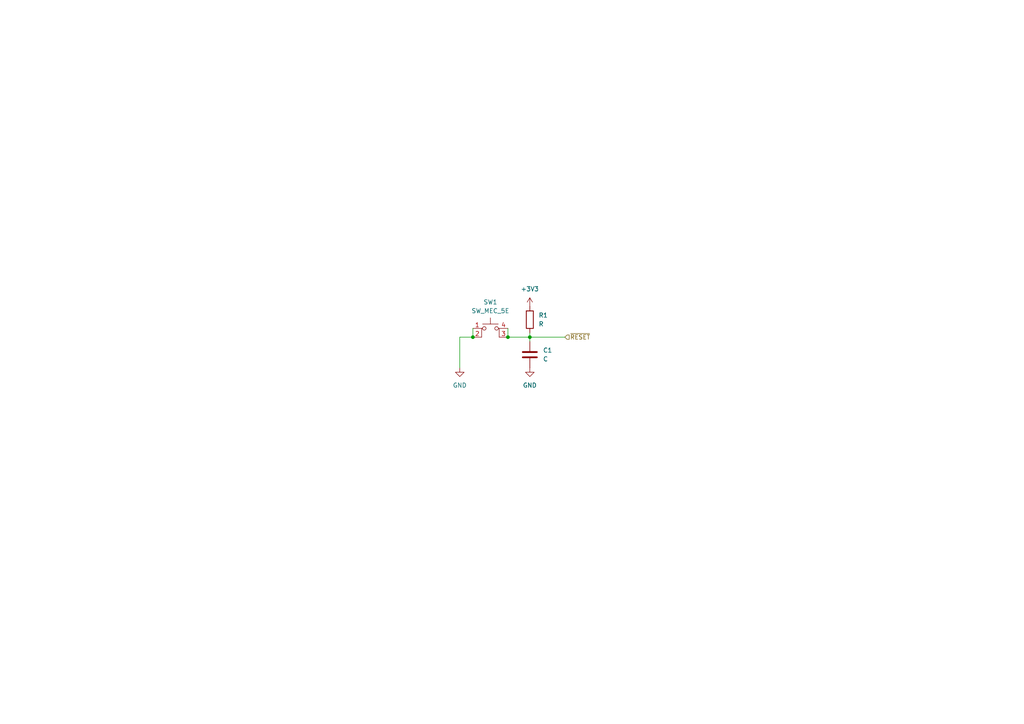
<source format=kicad_sch>
(kicad_sch (version 20231120) (generator "eeschema") (generator_version "8.0")
  (paper "A4")
  (lib_symbols
    (symbol "Device:C" (pin_numbers hide) (pin_names (offset 0.254))
      (property "Reference" "C" (at 0.635 2.54 0))
      (property "Value" "C" (at 0.635 -2.54 0))
      (symbol "C_0_1"
        (polyline (pts (xy -2.032 -0.762) (xy 2.032 -0.762)) (stroke (width 0.508)))
        (polyline (pts (xy -2.032 0.762) (xy 2.032 0.762)) (stroke (width 0.508)))
      )
      (symbol "C_1_1"
        (pin passive line (at 0 3.81 270) (length 2.794) (name "~") (number "1"))
        (pin passive line (at 0 -3.81 90) (length 2.794) (name "~") (number "2"))
      )
    )
    (symbol "Device:R" (pin_numbers hide) (pin_names (offset 0))
      (property "Reference" "R" (at 2.032 0 90))
      (property "Value" "R" (at 0 0 90))
      (symbol "R_0_1"
        (rectangle (start -1.016 -2.54) (end 1.016 2.54) (stroke (width 0.254)))
      )
      (symbol "R_1_1"
        (pin passive line (at 0 3.81 270) (length 1.27) (name "~") (number "1"))
        (pin passive line (at 0 -3.81 90) (length 1.27) (name "~") (number "2"))
      )
    )
    (symbol "Switch:SW_MEC_5E" (pin_names (offset 1.016) hide)
      (property "Reference" "SW" (at 0.635 5.715 0))
      (property "Value" "SW_MEC_5E" (at 0 -3.175 0))
      (symbol "SW_MEC_5E_0_1"
        (circle (center -1.778 2.54) (radius 0.508))
        (polyline (pts (xy -2.286 3.81) (xy 2.286 3.81)))
        (polyline (pts (xy 0 3.81) (xy 0 5.588)))
        (polyline (pts (xy -2.54 0) (xy -2.54 2.54) (xy -2.286 2.54)))
        (polyline (pts (xy 2.54 0) (xy 2.54 2.54) (xy 2.286 2.54)))
        (circle (center 1.778 2.54) (radius 0.508))
        (pin passive line (at -5.08 2.54 0) (length 2.54) (name "1") (number "1"))
        (pin passive line (at -5.08 0 0) (length 2.54) (name "2") (number "2"))
        (pin passive line (at 5.08 0 180) (length 2.54) (name "K") (number "3"))
        (pin passive line (at 5.08 2.54 180) (length 2.54) (name "A") (number "4"))
      )
    )
    (symbol "power:+3V3" (power) (pin_numbers hide) (pin_names (offset 0) hide)
      (property "Value" "+3V3" (at 0 3.556 0))
      (symbol "+3V3_0_1"
        (polyline (pts (xy -0.762 1.27) (xy 0 2.54)))
        (polyline (pts (xy 0 0) (xy 0 2.54)))
        (polyline (pts (xy 0 2.54) (xy 0.762 1.27)))
      )
      (symbol "+3V3_1_1"
        (pin power_in line (at 0 0 90) (length 0) (name "~") (number "1"))
      )
    )
    (symbol "power:GND" (power) (pin_numbers hide) (pin_names (offset 0) hide)
      (property "Value" "GND" (at 0 -3.81 0))
      (symbol "GND_0_1"
        (polyline (pts (xy 0 0) (xy 0 -1.27) (xy 1.27 -1.27) (xy 0 -2.54) (xy -1.27 -1.27) (xy 0 -1.27)))
      )
      (symbol "GND_1_1"
        (pin power_in line (at 0 0 270) (length 0) (name "~") (number "1"))
      )
    )
  )
  (junction (at 153.67 97.79))
  (junction (at 137.16 97.79))
  (junction (at 147.32 97.79))
  (wire (pts (xy 153.67 97.79) (xy 153.67 99.06)))
  (wire (pts (xy 137.16 95.25) (xy 137.16 97.79)))
  (wire (pts (xy 133.35 106.68) (xy 133.35 97.79)))
  (wire (pts (xy 147.32 95.25) (xy 147.32 97.79)))
  (wire (pts (xy 147.32 97.79) (xy 153.67 97.79)))
  (wire (pts (xy 153.67 97.79) (xy 163.83 97.79)))
  (wire (pts (xy 133.35 97.79) (xy 137.16 97.79)))
  (wire (pts (xy 153.67 97.79) (xy 153.67 96.52)))
  (hierarchical_label "~{RESET}" (shape input) (at 163.83 97.79 0))
  (symbol (lib_id "Device:C") (at 153.67 102.87 0) (unit 1)
    (property "Reference" "C1" (at 157.48 101.5999 0) (effects (justify left)))
    (property "Value" "C" (at 157.48 104.1399 0) (effects (justify left)))
    (property "Description" "Unpolarized capacitor" (effects (hide yes)))
  )
  (symbol (lib_id "Switch:SW_MEC_5E") (at 142.24 97.79 0) (unit 1)
    (property "Reference" "SW1" (at 142.24 87.63 0))
    (property "Value" "SW_MEC_5E" (at 142.24 90.17 0))
    (property "Datasheet" "http://www.apem.com/int/index.php?controller=attachment&id_attachment=1371" (effects (hide yes)))
    (property "Description" "MEC 5E single pole normally-open tactile switch" (effects (hide yes)))
  )
  (symbol (lib_id "Device:R") (at 153.67 92.71 0) (unit 1)
    (property "Reference" "R1" (at 156.21 91.4399 0) (effects (justify left)))
    (property "Value" "R" (at 156.21 93.9799 0) (effects (justify left)))
    (property "Description" "Resistor" (effects (hide yes)))
  )
  (symbol (lib_id "power:+3V3") (at 153.67 88.9 0) (unit 1)
    (property "Reference" "#PWR03" (effects (hide yes)))
    (property "Value" "+3V3" (at 153.67 83.82 0))
    (property "Description" "Power symbol creates a global label with name \"+3V3\"" (effects (hide yes)))
  )
  (symbol (lib_id "power:GND") (at 153.67 106.68 0) (unit 1)
    (property "Reference" "#PWR02" (effects (hide yes)))
    (property "Value" "GND" (at 153.67 111.76 0))
    (property "Description" "Power symbol creates a global label with name \"GND\" , ground" (effects (hide yes)))
  )
  (symbol (lib_id "power:GND") (at 133.35 106.68 0) (unit 1)
    (property "Reference" "#PWR01" (effects (hide yes)))
    (property "Value" "GND" (at 133.35 111.76 0))
    (property "Description" "Power symbol creates a global label with name \"GND\" , ground" (effects (hide yes)))
  )
)
</source>
